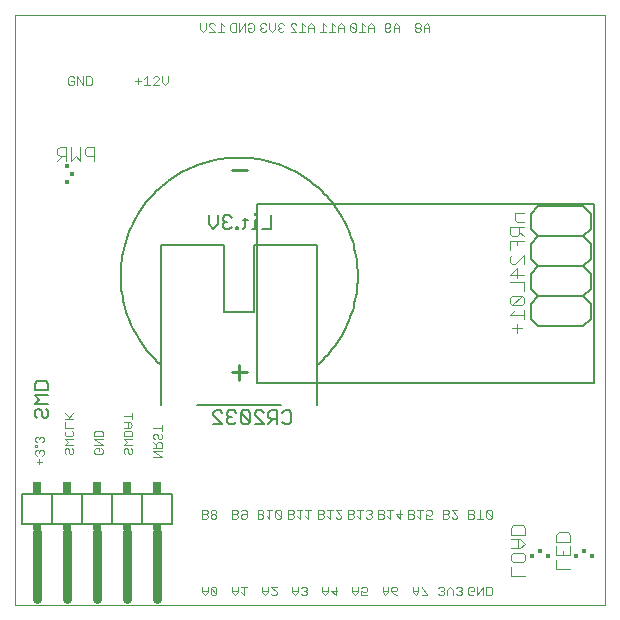
<source format=gbo>
G75*
%MOIN*%
%OFA0B0*%
%FSLAX24Y24*%
%IPPOS*%
%LPD*%
%AMOC8*
5,1,8,0,0,1.08239X$1,22.5*
%
%ADD10C,0.0000*%
%ADD11C,0.0030*%
%ADD12C,0.0040*%
%ADD13C,0.0050*%
%ADD14C,0.0060*%
%ADD15C,0.0300*%
%ADD16R,0.0300X0.0200*%
%ADD17R,0.0300X0.0400*%
%ADD18C,0.0100*%
%ADD19R,0.0128X0.0167*%
%ADD20R,0.0138X0.0138*%
%ADD21R,0.0167X0.0128*%
D10*
X000500Y000500D02*
X000500Y020185D01*
X020185Y020185D01*
X020185Y000500D01*
X000500Y000500D01*
X000500Y020185D01*
X020185Y020185D01*
X020185Y000500D01*
X000500Y000500D01*
D11*
X001324Y005192D02*
X001324Y005386D01*
X001228Y005289D02*
X001421Y005289D01*
X001421Y005487D02*
X001469Y005535D01*
X001469Y005632D01*
X001421Y005681D01*
X001373Y005681D01*
X001324Y005632D01*
X001276Y005681D01*
X001228Y005681D01*
X001179Y005632D01*
X001179Y005535D01*
X001228Y005487D01*
X001324Y005584D02*
X001324Y005632D01*
X001228Y005782D02*
X001179Y005782D01*
X001179Y005830D01*
X001228Y005830D01*
X001228Y005782D01*
X001228Y005929D02*
X001179Y005977D01*
X001179Y006074D01*
X001228Y006123D01*
X001276Y006123D01*
X001324Y006074D01*
X001324Y006026D01*
X001324Y006074D02*
X001373Y006123D01*
X001421Y006123D01*
X001469Y006074D01*
X001469Y005977D01*
X001421Y005929D01*
X002164Y005832D02*
X002260Y005929D01*
X002164Y006026D01*
X002454Y006026D01*
X002405Y006127D02*
X002212Y006127D01*
X002164Y006175D01*
X002164Y006272D01*
X002212Y006321D01*
X002164Y006422D02*
X002164Y006615D01*
X002164Y006716D02*
X002454Y006716D01*
X002309Y006765D02*
X002164Y006910D01*
X002260Y006716D02*
X002454Y006910D01*
X002454Y006422D02*
X002164Y006422D01*
X002405Y006321D02*
X002454Y006272D01*
X002454Y006175D01*
X002405Y006127D01*
X002454Y005832D02*
X002164Y005832D01*
X002212Y005731D02*
X002164Y005683D01*
X002164Y005586D01*
X002212Y005538D01*
X002309Y005586D02*
X002309Y005683D01*
X002260Y005731D01*
X002212Y005731D01*
X002309Y005586D02*
X002357Y005538D01*
X002405Y005538D01*
X002454Y005586D01*
X002454Y005683D01*
X002405Y005731D01*
X003148Y005682D02*
X003148Y005585D01*
X003196Y005537D01*
X003390Y005537D01*
X003438Y005585D01*
X003438Y005682D01*
X003390Y005730D01*
X003293Y005730D02*
X003293Y005633D01*
X003293Y005730D02*
X003196Y005730D01*
X003148Y005682D01*
X003148Y005831D02*
X003438Y005831D01*
X003148Y006025D01*
X003438Y006025D01*
X003438Y006126D02*
X003148Y006126D01*
X003148Y006271D01*
X003196Y006319D01*
X003390Y006319D01*
X003438Y006271D01*
X003438Y006126D01*
X004132Y006127D02*
X004132Y006272D01*
X004180Y006321D01*
X004374Y006321D01*
X004422Y006272D01*
X004422Y006127D01*
X004132Y006127D01*
X004132Y006026D02*
X004422Y006026D01*
X004422Y005832D02*
X004132Y005832D01*
X004229Y005929D01*
X004132Y006026D01*
X004180Y005731D02*
X004132Y005683D01*
X004132Y005586D01*
X004180Y005538D01*
X004277Y005586D02*
X004277Y005683D01*
X004229Y005731D01*
X004180Y005731D01*
X004277Y005586D02*
X004326Y005538D01*
X004374Y005538D01*
X004422Y005586D01*
X004422Y005683D01*
X004374Y005731D01*
X004326Y006422D02*
X004132Y006422D01*
X004277Y006422D02*
X004277Y006615D01*
X004326Y006615D02*
X004132Y006615D01*
X004326Y006615D02*
X004422Y006519D01*
X004326Y006422D01*
X004422Y006716D02*
X004422Y006910D01*
X004422Y006813D02*
X004132Y006813D01*
X005116Y006419D02*
X005407Y006419D01*
X005407Y006323D02*
X005407Y006516D01*
X005358Y006222D02*
X005407Y006173D01*
X005407Y006076D01*
X005358Y006028D01*
X005310Y006028D01*
X005261Y006076D01*
X005261Y006173D01*
X005213Y006222D01*
X005165Y006222D01*
X005116Y006173D01*
X005116Y006076D01*
X005165Y006028D01*
X005116Y005927D02*
X005213Y005830D01*
X005213Y005879D02*
X005213Y005733D01*
X005116Y005733D02*
X005407Y005733D01*
X005407Y005879D01*
X005358Y005927D01*
X005261Y005927D01*
X005213Y005879D01*
X005116Y005632D02*
X005407Y005632D01*
X005407Y005439D02*
X005116Y005439D01*
X005116Y005632D02*
X005407Y005439D01*
X006736Y003679D02*
X006881Y003679D01*
X006930Y003631D01*
X006930Y003582D01*
X006881Y003534D01*
X006736Y003534D01*
X006736Y003679D02*
X006736Y003389D01*
X006881Y003389D01*
X006930Y003437D01*
X006930Y003486D01*
X006881Y003534D01*
X007031Y003582D02*
X007079Y003534D01*
X007176Y003534D01*
X007224Y003582D01*
X007224Y003631D01*
X007176Y003679D01*
X007079Y003679D01*
X007031Y003631D01*
X007031Y003582D01*
X007079Y003534D02*
X007031Y003486D01*
X007031Y003437D01*
X007079Y003389D01*
X007176Y003389D01*
X007224Y003437D01*
X007224Y003486D01*
X007176Y003534D01*
X007740Y003534D02*
X007885Y003534D01*
X007934Y003582D01*
X007934Y003631D01*
X007885Y003679D01*
X007740Y003679D01*
X007740Y003389D01*
X007885Y003389D01*
X007934Y003437D01*
X007934Y003486D01*
X007885Y003534D01*
X008035Y003486D02*
X008035Y003437D01*
X008083Y003389D01*
X008180Y003389D01*
X008228Y003437D01*
X008228Y003631D01*
X008180Y003679D01*
X008083Y003679D01*
X008035Y003631D01*
X008083Y003534D02*
X008228Y003534D01*
X008083Y003534D02*
X008035Y003486D01*
X008597Y003534D02*
X008742Y003534D01*
X008790Y003582D01*
X008790Y003631D01*
X008742Y003679D01*
X008597Y003679D01*
X008597Y003389D01*
X008742Y003389D01*
X008790Y003437D01*
X008790Y003486D01*
X008742Y003534D01*
X008891Y003486D02*
X008988Y003389D01*
X008988Y003679D01*
X008891Y003679D02*
X009085Y003679D01*
X009186Y003631D02*
X009379Y003437D01*
X009379Y003631D01*
X009331Y003679D01*
X009234Y003679D01*
X009186Y003631D01*
X009186Y003437D01*
X009234Y003389D01*
X009331Y003389D01*
X009379Y003437D01*
X009601Y003389D02*
X009746Y003389D01*
X009794Y003437D01*
X009794Y003486D01*
X009746Y003534D01*
X009601Y003534D01*
X009746Y003534D02*
X009794Y003582D01*
X009794Y003631D01*
X009746Y003679D01*
X009601Y003679D01*
X009601Y003389D01*
X009895Y003486D02*
X009992Y003389D01*
X009992Y003679D01*
X009895Y003679D02*
X010089Y003679D01*
X010190Y003679D02*
X010383Y003679D01*
X010287Y003679D02*
X010287Y003389D01*
X010190Y003486D01*
X010605Y003534D02*
X010750Y003534D01*
X010798Y003582D01*
X010798Y003631D01*
X010750Y003679D01*
X010605Y003679D01*
X010605Y003389D01*
X010750Y003389D01*
X010798Y003437D01*
X010798Y003486D01*
X010750Y003534D01*
X010899Y003486D02*
X010996Y003389D01*
X010996Y003679D01*
X010899Y003679D02*
X011093Y003679D01*
X011194Y003679D02*
X011387Y003486D01*
X011387Y003437D01*
X011339Y003389D01*
X011242Y003389D01*
X011194Y003437D01*
X011194Y003679D02*
X011387Y003679D01*
X011608Y003679D02*
X011754Y003679D01*
X011802Y003631D01*
X011802Y003582D01*
X011754Y003534D01*
X011608Y003534D01*
X011608Y003679D02*
X011608Y003389D01*
X011754Y003389D01*
X011802Y003437D01*
X011802Y003486D01*
X011754Y003534D01*
X011903Y003486D02*
X012000Y003389D01*
X012000Y003679D01*
X011903Y003679D02*
X012097Y003679D01*
X012198Y003631D02*
X012246Y003679D01*
X012343Y003679D01*
X012391Y003631D01*
X012391Y003582D01*
X012343Y003534D01*
X012295Y003534D01*
X012343Y003534D02*
X012391Y003486D01*
X012391Y003437D01*
X012343Y003389D01*
X012246Y003389D01*
X012198Y003437D01*
X012612Y003389D02*
X012612Y003679D01*
X012758Y003679D01*
X012806Y003631D01*
X012806Y003582D01*
X012758Y003534D01*
X012612Y003534D01*
X012612Y003389D02*
X012758Y003389D01*
X012806Y003437D01*
X012806Y003486D01*
X012758Y003534D01*
X012907Y003486D02*
X013004Y003389D01*
X013004Y003679D01*
X012907Y003679D02*
X013101Y003679D01*
X013202Y003534D02*
X013395Y003534D01*
X013347Y003679D02*
X013347Y003389D01*
X013202Y003534D01*
X013616Y003534D02*
X013761Y003534D01*
X013810Y003582D01*
X013810Y003631D01*
X013761Y003679D01*
X013616Y003679D01*
X013616Y003389D01*
X013761Y003389D01*
X013810Y003437D01*
X013810Y003486D01*
X013761Y003534D01*
X013911Y003486D02*
X014008Y003389D01*
X014008Y003679D01*
X014104Y003679D02*
X013911Y003679D01*
X014206Y003631D02*
X014254Y003679D01*
X014351Y003679D01*
X014399Y003631D01*
X014399Y003534D01*
X014351Y003486D01*
X014302Y003486D01*
X014206Y003534D01*
X014206Y003389D01*
X014399Y003389D01*
X014768Y003389D02*
X014768Y003679D01*
X014913Y003679D01*
X014961Y003631D01*
X014961Y003582D01*
X014913Y003534D01*
X014768Y003534D01*
X014913Y003534D02*
X014961Y003486D01*
X014961Y003437D01*
X014913Y003389D01*
X014768Y003389D01*
X015062Y003437D02*
X015111Y003389D01*
X015207Y003389D01*
X015256Y003437D01*
X015256Y003486D01*
X015062Y003679D01*
X015256Y003679D01*
X015624Y003679D02*
X015769Y003679D01*
X015818Y003631D01*
X015818Y003582D01*
X015769Y003534D01*
X015624Y003534D01*
X015624Y003679D02*
X015624Y003389D01*
X015769Y003389D01*
X015818Y003437D01*
X015818Y003486D01*
X015769Y003534D01*
X015919Y003389D02*
X016112Y003389D01*
X016016Y003389D02*
X016016Y003679D01*
X016214Y003631D02*
X016407Y003437D01*
X016407Y003631D01*
X016359Y003679D01*
X016262Y003679D01*
X016214Y003631D01*
X016214Y003437D01*
X016262Y003389D01*
X016359Y003389D01*
X016407Y003437D01*
X016359Y001120D02*
X016214Y001120D01*
X016214Y000830D01*
X016359Y000830D01*
X016407Y000878D01*
X016407Y001072D01*
X016359Y001120D01*
X016112Y001120D02*
X016112Y000830D01*
X015919Y000830D02*
X015919Y001120D01*
X015818Y001072D02*
X015818Y000975D01*
X015721Y000975D01*
X015818Y001072D02*
X015769Y001120D01*
X015673Y001120D01*
X015624Y001072D01*
X015624Y000878D01*
X015673Y000830D01*
X015769Y000830D01*
X015818Y000878D01*
X015919Y000830D02*
X016112Y001120D01*
X015403Y001072D02*
X015355Y001120D01*
X015258Y001120D01*
X015210Y001072D01*
X015108Y001023D02*
X015108Y000830D01*
X015210Y000878D02*
X015258Y000830D01*
X015355Y000830D01*
X015403Y000878D01*
X015403Y000926D01*
X015355Y000975D01*
X015403Y001023D01*
X015403Y001072D01*
X015355Y000975D02*
X015306Y000975D01*
X015108Y001023D02*
X015012Y001120D01*
X014915Y001023D01*
X014915Y000830D01*
X014814Y000878D02*
X014814Y000926D01*
X014765Y000975D01*
X014814Y001023D01*
X014814Y001072D01*
X014765Y001120D01*
X014669Y001120D01*
X014620Y001072D01*
X014717Y000975D02*
X014765Y000975D01*
X014814Y000878D02*
X014765Y000830D01*
X014669Y000830D01*
X014620Y000878D01*
X014252Y000878D02*
X014058Y001072D01*
X014058Y001120D01*
X013957Y001120D02*
X013957Y000926D01*
X013860Y000830D01*
X013764Y000926D01*
X013764Y001120D01*
X013764Y000975D02*
X013957Y000975D01*
X014058Y000830D02*
X014252Y000830D01*
X014252Y000878D01*
X013248Y000830D02*
X013151Y000878D01*
X013054Y000975D01*
X013199Y000975D01*
X013248Y001023D01*
X013248Y001072D01*
X013199Y001120D01*
X013103Y001120D01*
X013054Y001072D01*
X013054Y000975D01*
X012953Y000975D02*
X012760Y000975D01*
X012760Y000926D02*
X012856Y000830D01*
X012953Y000926D01*
X012953Y001120D01*
X012760Y001120D02*
X012760Y000926D01*
X012244Y000975D02*
X012244Y001072D01*
X012196Y001120D01*
X012099Y001120D01*
X012050Y001072D01*
X012050Y000975D02*
X012147Y000926D01*
X012196Y000926D01*
X012244Y000975D01*
X012244Y000830D02*
X012050Y000830D01*
X012050Y000975D01*
X011949Y000975D02*
X011756Y000975D01*
X011756Y000926D02*
X011853Y000830D01*
X011949Y000926D01*
X011949Y001120D01*
X011756Y001120D02*
X011756Y000926D01*
X011240Y000975D02*
X011046Y000975D01*
X011192Y000830D01*
X011192Y001120D01*
X010945Y001120D02*
X010945Y000926D01*
X010849Y000830D01*
X010752Y000926D01*
X010752Y001120D01*
X010752Y000975D02*
X010945Y000975D01*
X010236Y001023D02*
X010188Y000975D01*
X010139Y000975D01*
X010188Y000975D02*
X010236Y000926D01*
X010236Y000878D01*
X010188Y000830D01*
X010091Y000830D01*
X010043Y000878D01*
X009941Y000926D02*
X009941Y001120D01*
X010043Y001072D02*
X010091Y001120D01*
X010188Y001120D01*
X010236Y001072D01*
X010236Y001023D01*
X009941Y000975D02*
X009748Y000975D01*
X009748Y000926D02*
X009845Y000830D01*
X009941Y000926D01*
X009748Y000926D02*
X009748Y001120D01*
X009232Y001120D02*
X009039Y001120D01*
X009232Y000926D01*
X009232Y000878D01*
X009184Y000830D01*
X009087Y000830D01*
X009039Y000878D01*
X008937Y000926D02*
X008937Y001120D01*
X008937Y000975D02*
X008744Y000975D01*
X008744Y000926D02*
X008841Y000830D01*
X008937Y000926D01*
X008744Y000926D02*
X008744Y001120D01*
X008228Y001120D02*
X008035Y001120D01*
X008131Y001120D02*
X008131Y000830D01*
X008035Y000926D01*
X007934Y000926D02*
X007934Y001120D01*
X007934Y000975D02*
X007740Y000975D01*
X007740Y000926D02*
X007837Y000830D01*
X007934Y000926D01*
X007740Y000926D02*
X007740Y001120D01*
X007224Y001072D02*
X007224Y000878D01*
X007031Y001072D01*
X007079Y001120D01*
X007176Y001120D01*
X007224Y001072D01*
X007031Y001072D02*
X007031Y000878D01*
X007079Y000830D01*
X007176Y000830D01*
X007224Y000878D01*
X006930Y000926D02*
X006930Y001120D01*
X006930Y000975D02*
X006736Y000975D01*
X006736Y000926D02*
X006833Y000830D01*
X006930Y000926D01*
X006736Y000926D02*
X006736Y001120D01*
X005504Y017838D02*
X005600Y017935D01*
X005600Y018128D01*
X005407Y018128D02*
X005407Y017935D01*
X005504Y017838D01*
X005306Y017838D02*
X005112Y017838D01*
X005306Y018031D01*
X005306Y018080D01*
X005257Y018128D01*
X005161Y018128D01*
X005112Y018080D01*
X004914Y018128D02*
X004914Y017838D01*
X004818Y017838D02*
X005011Y017838D01*
X004818Y018031D02*
X004914Y018128D01*
X004716Y017983D02*
X004523Y017983D01*
X004620Y018080D02*
X004620Y017886D01*
X003069Y017886D02*
X003069Y018080D01*
X003021Y018128D01*
X002876Y018128D01*
X002876Y017838D01*
X003021Y017838D01*
X003069Y017886D01*
X002775Y017838D02*
X002775Y018128D01*
X002581Y018128D02*
X002775Y017838D01*
X002581Y017838D02*
X002581Y018128D01*
X002480Y018080D02*
X002432Y018128D01*
X002335Y018128D01*
X002287Y018080D01*
X002287Y017886D01*
X002335Y017838D01*
X002432Y017838D01*
X002480Y017886D01*
X002480Y017983D01*
X002383Y017983D01*
X006680Y019706D02*
X006680Y019900D01*
X006873Y019900D02*
X006873Y019706D01*
X006776Y019609D01*
X006680Y019706D01*
X006974Y019609D02*
X007168Y019609D01*
X006974Y019803D01*
X006974Y019851D01*
X007023Y019900D01*
X007119Y019900D01*
X007168Y019851D01*
X007366Y019900D02*
X007366Y019609D01*
X007462Y019609D02*
X007269Y019609D01*
X007462Y019803D02*
X007366Y019900D01*
X007684Y019851D02*
X007732Y019900D01*
X007877Y019900D01*
X007877Y019609D01*
X007732Y019609D01*
X007684Y019658D01*
X007684Y019851D01*
X007978Y019900D02*
X007978Y019609D01*
X008172Y019900D01*
X008172Y019609D01*
X008273Y019658D02*
X008273Y019755D01*
X008370Y019755D01*
X008466Y019851D02*
X008466Y019658D01*
X008418Y019609D01*
X008321Y019609D01*
X008273Y019658D01*
X008273Y019851D02*
X008321Y019900D01*
X008418Y019900D01*
X008466Y019851D01*
X008687Y019851D02*
X008687Y019803D01*
X008736Y019755D01*
X008687Y019706D01*
X008687Y019658D01*
X008736Y019609D01*
X008833Y019609D01*
X008881Y019658D01*
X008982Y019706D02*
X008982Y019900D01*
X008881Y019851D02*
X008833Y019900D01*
X008736Y019900D01*
X008687Y019851D01*
X008736Y019755D02*
X008784Y019755D01*
X008982Y019706D02*
X009079Y019609D01*
X009176Y019706D01*
X009176Y019900D01*
X009277Y019851D02*
X009325Y019900D01*
X009422Y019900D01*
X009470Y019851D01*
X009374Y019755D02*
X009325Y019755D01*
X009277Y019706D01*
X009277Y019658D01*
X009325Y019609D01*
X009422Y019609D01*
X009470Y019658D01*
X009325Y019755D02*
X009277Y019803D01*
X009277Y019851D01*
X009691Y019851D02*
X009740Y019900D01*
X009837Y019900D01*
X009885Y019851D01*
X009691Y019851D02*
X009691Y019803D01*
X009885Y019609D01*
X009691Y019609D01*
X009986Y019609D02*
X010180Y019609D01*
X010083Y019609D02*
X010083Y019900D01*
X010180Y019803D01*
X010281Y019803D02*
X010281Y019609D01*
X010281Y019755D02*
X010474Y019755D01*
X010474Y019803D02*
X010377Y019900D01*
X010281Y019803D01*
X010474Y019803D02*
X010474Y019609D01*
X010676Y019609D02*
X010869Y019609D01*
X010772Y019609D02*
X010772Y019900D01*
X010869Y019803D01*
X010970Y019609D02*
X011164Y019609D01*
X011067Y019609D02*
X011067Y019900D01*
X011164Y019803D01*
X011265Y019803D02*
X011265Y019609D01*
X011265Y019755D02*
X011458Y019755D01*
X011458Y019803D02*
X011362Y019900D01*
X011265Y019803D01*
X011458Y019803D02*
X011458Y019609D01*
X011680Y019658D02*
X011680Y019851D01*
X011873Y019658D01*
X011825Y019609D01*
X011728Y019609D01*
X011680Y019658D01*
X011873Y019658D02*
X011873Y019851D01*
X011825Y019900D01*
X011728Y019900D01*
X011680Y019851D01*
X011974Y019609D02*
X012168Y019609D01*
X012071Y019609D02*
X012071Y019900D01*
X012168Y019803D01*
X012269Y019803D02*
X012269Y019609D01*
X012269Y019755D02*
X012462Y019755D01*
X012462Y019803D02*
X012366Y019900D01*
X012269Y019803D01*
X012462Y019803D02*
X012462Y019609D01*
X012831Y019658D02*
X012831Y019851D01*
X012879Y019900D01*
X012976Y019900D01*
X013024Y019851D01*
X013024Y019803D01*
X012976Y019755D01*
X012831Y019755D01*
X012831Y019658D02*
X012879Y019609D01*
X012976Y019609D01*
X013024Y019658D01*
X013126Y019609D02*
X013126Y019803D01*
X013222Y019900D01*
X013319Y019803D01*
X013319Y019609D01*
X013319Y019755D02*
X013126Y019755D01*
X013835Y019803D02*
X013883Y019755D01*
X013980Y019755D01*
X014028Y019803D01*
X014028Y019851D01*
X013980Y019900D01*
X013883Y019900D01*
X013835Y019851D01*
X013835Y019803D01*
X013883Y019755D02*
X013835Y019706D01*
X013835Y019658D01*
X013883Y019609D01*
X013980Y019609D01*
X014028Y019658D01*
X014028Y019706D01*
X013980Y019755D01*
X014129Y019755D02*
X014323Y019755D01*
X014323Y019803D02*
X014226Y019900D01*
X014129Y019803D01*
X014129Y019609D01*
X014323Y019609D02*
X014323Y019803D01*
D12*
X017165Y013567D02*
X017165Y013336D01*
X017242Y013260D01*
X017472Y013260D01*
X017472Y013106D02*
X017012Y013106D01*
X017012Y012876D01*
X017088Y012799D01*
X017242Y012799D01*
X017319Y012876D01*
X017319Y013106D01*
X017319Y012953D02*
X017472Y012799D01*
X017472Y012646D02*
X017012Y012646D01*
X017012Y012339D01*
X017088Y012185D02*
X017012Y012109D01*
X017012Y011955D01*
X017088Y011879D01*
X017165Y011879D01*
X017472Y012185D01*
X017472Y011879D01*
X017242Y011725D02*
X017242Y011418D01*
X017472Y011495D02*
X017012Y011495D01*
X017242Y011725D01*
X017012Y011265D02*
X017472Y011265D01*
X017472Y010958D01*
X017395Y010804D02*
X017088Y010497D01*
X017395Y010497D01*
X017472Y010574D01*
X017472Y010728D01*
X017395Y010804D01*
X017088Y010804D01*
X017012Y010728D01*
X017012Y010574D01*
X017088Y010497D01*
X017165Y010344D02*
X017012Y010190D01*
X017472Y010190D01*
X017472Y010037D02*
X017472Y010344D01*
X017242Y009883D02*
X017242Y009577D01*
X017395Y009730D02*
X017088Y009730D01*
X017242Y012492D02*
X017242Y012646D01*
X017165Y013567D02*
X017472Y013567D01*
X017431Y003161D02*
X017124Y003161D01*
X017048Y003085D01*
X017048Y002854D01*
X017508Y002854D01*
X017508Y003085D01*
X017431Y003161D01*
X017354Y002701D02*
X017048Y002701D01*
X017278Y002701D02*
X017278Y002394D01*
X017354Y002394D02*
X017508Y002547D01*
X017354Y002701D01*
X017354Y002394D02*
X017048Y002394D01*
X017124Y002241D02*
X017431Y002241D01*
X017508Y002164D01*
X017508Y002010D01*
X017431Y001934D01*
X017124Y001934D01*
X017048Y002010D01*
X017048Y002164D01*
X017124Y002241D01*
X017048Y001780D02*
X017048Y001473D01*
X017508Y001473D01*
X018551Y001703D02*
X018551Y002010D01*
X018551Y002164D02*
X018551Y002471D01*
X018551Y002624D02*
X018551Y002854D01*
X018628Y002931D01*
X018935Y002931D01*
X019012Y002854D01*
X019012Y002624D01*
X018551Y002624D01*
X018782Y002317D02*
X018782Y002164D01*
X019012Y002164D02*
X018551Y002164D01*
X018551Y001703D02*
X019012Y001703D01*
X019012Y002164D02*
X019012Y002471D01*
X003143Y015319D02*
X003143Y015780D01*
X002913Y015780D01*
X002836Y015703D01*
X002836Y015549D01*
X002913Y015473D01*
X003143Y015473D01*
X002683Y015319D02*
X002529Y015473D01*
X002376Y015319D01*
X002376Y015780D01*
X002222Y015780D02*
X001992Y015780D01*
X001915Y015703D01*
X001915Y015549D01*
X001992Y015473D01*
X002222Y015473D01*
X002069Y015473D02*
X001915Y015319D01*
X002222Y015319D02*
X002222Y015780D01*
X002683Y015780D02*
X002683Y015319D01*
D13*
X006965Y013499D02*
X006965Y013199D01*
X007116Y013049D01*
X007266Y013199D01*
X007266Y013499D01*
X007426Y013424D02*
X007426Y013349D01*
X007501Y013274D01*
X007426Y013199D01*
X007426Y013124D01*
X007501Y013049D01*
X007651Y013049D01*
X007726Y013124D01*
X007881Y013124D02*
X007881Y013049D01*
X007956Y013049D01*
X007956Y013124D01*
X007881Y013124D01*
X008113Y013049D02*
X008188Y013124D01*
X008188Y013424D01*
X008263Y013349D02*
X008113Y013349D01*
X007726Y013424D02*
X007651Y013499D01*
X007501Y013499D01*
X007426Y013424D01*
X007501Y013274D02*
X007576Y013274D01*
X008420Y013049D02*
X008570Y013049D01*
X008495Y013049D02*
X008495Y013349D01*
X008570Y013349D01*
X008495Y013499D02*
X008495Y013574D01*
X008571Y013886D02*
X008571Y007902D01*
X019791Y007902D01*
X019791Y013295D01*
X019791Y013886D01*
X019201Y013886D01*
X008571Y013886D01*
X009031Y013499D02*
X009031Y013049D01*
X008730Y013049D01*
X008722Y006999D02*
X008797Y006924D01*
X008722Y006999D02*
X008572Y006999D01*
X008497Y006924D01*
X008497Y006849D01*
X008797Y006549D01*
X008497Y006549D01*
X008336Y006624D02*
X008036Y006924D01*
X008036Y006624D01*
X008111Y006549D01*
X008261Y006549D01*
X008336Y006624D01*
X008336Y006924D01*
X008261Y006999D01*
X008111Y006999D01*
X008036Y006924D01*
X007876Y006924D02*
X007801Y006999D01*
X007651Y006999D01*
X007576Y006924D01*
X007576Y006849D01*
X007651Y006774D01*
X007576Y006699D01*
X007576Y006624D01*
X007651Y006549D01*
X007801Y006549D01*
X007876Y006624D01*
X007726Y006774D02*
X007651Y006774D01*
X007416Y006924D02*
X007341Y006999D01*
X007191Y006999D01*
X007115Y006924D01*
X007115Y006849D01*
X007416Y006549D01*
X007115Y006549D01*
X008957Y006549D02*
X009107Y006699D01*
X009032Y006699D02*
X009257Y006699D01*
X009257Y006549D02*
X009257Y006999D01*
X009032Y006999D01*
X008957Y006924D01*
X008957Y006774D01*
X009032Y006699D01*
X009417Y006624D02*
X009492Y006549D01*
X009643Y006549D01*
X009718Y006624D01*
X009718Y006924D01*
X009643Y006999D01*
X009492Y006999D01*
X009417Y006924D01*
X001623Y006965D02*
X001623Y006815D01*
X001548Y006740D01*
X001473Y006740D01*
X001398Y006815D01*
X001398Y006965D01*
X001323Y007040D01*
X001248Y007040D01*
X001173Y006965D01*
X001173Y006815D01*
X001248Y006740D01*
X001548Y007040D02*
X001623Y006965D01*
X001623Y007200D02*
X001173Y007200D01*
X001323Y007350D01*
X001173Y007501D01*
X001623Y007501D01*
X001623Y007661D02*
X001623Y007886D01*
X001548Y007961D01*
X001248Y007961D01*
X001173Y007886D01*
X001173Y007661D01*
X001623Y007661D01*
D14*
X001756Y004203D02*
X000756Y004203D01*
X000756Y003203D01*
X001756Y003203D01*
X002756Y003203D01*
X003756Y003203D01*
X004756Y003203D01*
X005756Y003203D01*
X005756Y004203D01*
X004756Y004203D01*
X004756Y003203D01*
X004756Y004203D02*
X003756Y004203D01*
X003756Y003203D01*
X003756Y004203D02*
X002756Y004203D01*
X002756Y003203D01*
X002756Y004203D02*
X001756Y004203D01*
X001756Y003203D01*
X005380Y007174D02*
X005380Y012524D01*
X007480Y012524D01*
X007480Y010274D01*
X008480Y010274D01*
X008480Y012524D01*
X010580Y012524D01*
X010580Y007174D01*
X009380Y007174D02*
X006580Y007174D01*
X005343Y008533D02*
X005252Y008617D01*
X005163Y008705D01*
X005077Y008795D01*
X004995Y008888D01*
X004915Y008983D01*
X004838Y009081D01*
X004764Y009181D01*
X004693Y009283D01*
X004626Y009388D01*
X004562Y009495D01*
X004501Y009603D01*
X004444Y009714D01*
X004390Y009826D01*
X004340Y009940D01*
X004294Y010055D01*
X004251Y010172D01*
X004212Y010290D01*
X004176Y010409D01*
X004145Y010530D01*
X004117Y010651D01*
X004093Y010773D01*
X004073Y010896D01*
X004056Y011019D01*
X004044Y011143D01*
X004035Y011267D01*
X004031Y011391D01*
X004030Y011516D01*
X004033Y011640D01*
X004041Y011764D01*
X004052Y011888D01*
X004067Y012012D01*
X004086Y012135D01*
X004108Y012257D01*
X004135Y012379D01*
X004165Y012499D01*
X004200Y012619D01*
X004237Y012737D01*
X004279Y012855D01*
X004324Y012970D01*
X004373Y013085D01*
X004426Y013198D01*
X004482Y013309D01*
X004541Y013418D01*
X004604Y013525D01*
X004671Y013631D01*
X004740Y013734D01*
X004813Y013835D01*
X004889Y013933D01*
X004968Y014029D01*
X005050Y014123D01*
X005135Y014214D01*
X005222Y014302D01*
X005313Y014388D01*
X005406Y014470D01*
X005502Y014550D01*
X005600Y014626D01*
X005700Y014700D01*
X005803Y014770D01*
X005908Y014837D01*
X006015Y014900D01*
X006124Y014961D01*
X006234Y015017D01*
X006347Y015071D01*
X006461Y015120D01*
X006576Y015166D01*
X006693Y015209D01*
X006812Y015247D01*
X006931Y015282D01*
X007051Y015313D01*
X007173Y015341D01*
X007295Y015364D01*
X007418Y015384D01*
X007541Y015400D01*
X007665Y015411D01*
X007789Y015419D01*
X007914Y015423D01*
X008038Y015424D01*
X008162Y015420D01*
X008287Y015412D01*
X008410Y015400D01*
X008534Y015385D01*
X008657Y015366D01*
X008779Y015342D01*
X008900Y015315D01*
X009021Y015284D01*
X009140Y015250D01*
X009259Y015211D01*
X009376Y015169D01*
X009492Y015123D01*
X009606Y015074D01*
X009718Y015021D01*
X009829Y014964D01*
X009938Y014904D01*
X010045Y014841D01*
X010150Y014774D01*
X010253Y014704D01*
X010354Y014631D01*
X010452Y014555D01*
X010548Y014476D01*
X010641Y014393D01*
X010732Y014308D01*
X010820Y014220D01*
X010905Y014129D01*
X010987Y014036D01*
X011066Y013940D01*
X011142Y013841D01*
X011215Y013740D01*
X011285Y013637D01*
X011351Y013532D01*
X011414Y013425D01*
X011474Y013316D01*
X011530Y013205D01*
X011583Y013092D01*
X011632Y012978D01*
X011678Y012862D01*
X011720Y012745D01*
X011758Y012627D01*
X011792Y012507D01*
X011823Y012387D01*
X011850Y012265D01*
X011873Y012143D01*
X011892Y012020D01*
X011907Y011896D01*
X011919Y011773D01*
X011926Y011648D01*
X011930Y011524D01*
X011929Y011402D01*
X011925Y011281D01*
X011917Y011159D01*
X011906Y011038D01*
X011891Y010917D01*
X011872Y010797D01*
X011849Y010677D01*
X011822Y010559D01*
X011792Y010441D01*
X011759Y010324D01*
X011722Y010208D01*
X011681Y010093D01*
X011636Y009980D01*
X011589Y009868D01*
X011537Y009757D01*
X011483Y009648D01*
X011425Y009541D01*
X011364Y009436D01*
X011299Y009333D01*
X011232Y009232D01*
X011161Y009132D01*
X011087Y009036D01*
X011011Y008941D01*
X010931Y008849D01*
X010849Y008759D01*
X010764Y008672D01*
X010676Y008587D01*
X010586Y008506D01*
X017697Y010041D02*
X017947Y009791D01*
X019447Y009791D01*
X019697Y010041D01*
X019697Y010541D01*
X019447Y010791D01*
X017947Y010791D01*
X017697Y010541D01*
X017697Y010041D01*
X017947Y010791D02*
X017697Y011041D01*
X017697Y011541D01*
X017947Y011791D01*
X019447Y011791D01*
X019697Y011541D01*
X019697Y011041D01*
X019447Y010791D01*
X019447Y011791D02*
X019697Y012041D01*
X019697Y012541D01*
X019447Y012791D01*
X017947Y012791D01*
X017697Y012541D01*
X017697Y012041D01*
X017947Y011791D01*
X017947Y012791D02*
X017697Y013041D01*
X017697Y013541D01*
X017947Y013791D01*
X019447Y013791D01*
X019697Y013541D01*
X019697Y013041D01*
X019447Y012791D01*
D15*
X005256Y002953D02*
X005256Y000703D01*
X004256Y000703D02*
X004256Y002953D01*
X003256Y002953D02*
X003256Y000703D01*
X002256Y000703D02*
X002256Y002953D01*
X001256Y002953D02*
X001256Y000703D01*
D16*
X001256Y003103D03*
X002256Y003103D03*
X003256Y003103D03*
X004256Y003103D03*
X005256Y003103D03*
D17*
X005256Y004403D03*
X004256Y004403D03*
X003256Y004403D03*
X002256Y004403D03*
X001256Y004403D03*
D18*
X007730Y008274D02*
X008230Y008274D01*
X007980Y008024D02*
X007980Y008524D01*
X007730Y015024D02*
X008230Y015024D01*
D19*
X017725Y002153D03*
X018267Y002153D03*
X019210Y002153D03*
X019751Y002153D03*
D20*
X019480Y002305D03*
X017996Y002305D03*
X002400Y014870D03*
D21*
X002247Y015141D03*
X002247Y014599D03*
M02*

</source>
